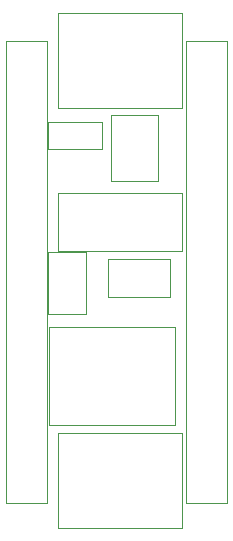
<source format=gbr>
G04 #@! TF.GenerationSoftware,KiCad,Pcbnew,(5.1.5)-3*
G04 #@! TF.CreationDate,2020-04-12T12:52:20+02:00*
G04 #@! TF.ProjectId,NanoIrrigator,4e616e6f-4972-4726-9967-61746f722e6b,0.1*
G04 #@! TF.SameCoordinates,Original*
G04 #@! TF.FileFunction,Other,User*
%FSLAX46Y46*%
G04 Gerber Fmt 4.6, Leading zero omitted, Abs format (unit mm)*
G04 Created by KiCad (PCBNEW (5.1.5)-3) date 2020-04-12 12:52:20*
%MOMM*%
%LPD*%
G04 APERTURE LIST*
%ADD10C,0.050000*%
G04 APERTURE END LIST*
D10*
X142070000Y-87205000D02*
X152570000Y-87205000D01*
X142070000Y-82295000D02*
X142070000Y-87205000D01*
X152570000Y-82295000D02*
X142070000Y-82295000D01*
X152570000Y-87205000D02*
X152570000Y-82295000D01*
X152025000Y-93650000D02*
X141325000Y-93650000D01*
X152025000Y-101950000D02*
X152025000Y-93650000D01*
X141325000Y-101950000D02*
X152025000Y-101950000D01*
X141325000Y-93650000D02*
X141325000Y-101950000D01*
X146640000Y-81325000D02*
X150540000Y-81325000D01*
X150540000Y-81325000D02*
X150540000Y-75725000D01*
X150540000Y-75725000D02*
X146640000Y-75725000D01*
X146640000Y-75725000D02*
X146640000Y-81325000D01*
X146355000Y-87935000D02*
X146355000Y-91135000D01*
X146355000Y-91135000D02*
X151605000Y-91135000D01*
X151605000Y-91135000D02*
X151605000Y-87935000D01*
X151605000Y-87935000D02*
X146355000Y-87935000D01*
X144475000Y-87300000D02*
X141275000Y-87300000D01*
X141275000Y-87300000D02*
X141275000Y-92550000D01*
X141275000Y-92550000D02*
X144475000Y-92550000D01*
X144475000Y-92550000D02*
X144475000Y-87300000D01*
X141196000Y-69497000D02*
X137696000Y-69497000D01*
X141196000Y-108597000D02*
X137696000Y-108597000D01*
X141196000Y-69497000D02*
X141196000Y-108597000D01*
X137696000Y-69497000D02*
X137696000Y-108597000D01*
X156436000Y-69497000D02*
X152936000Y-69497000D01*
X156436000Y-108597000D02*
X152936000Y-108597000D01*
X156436000Y-69497000D02*
X156436000Y-108597000D01*
X152936000Y-69497000D02*
X152936000Y-108597000D01*
X141230000Y-78620000D02*
X145830000Y-78620000D01*
X141230000Y-76320000D02*
X141230000Y-78620000D01*
X145830000Y-76320000D02*
X141230000Y-76320000D01*
X145830000Y-78620000D02*
X145830000Y-76320000D01*
X152570000Y-110680000D02*
X142070000Y-110680000D01*
X152570000Y-110680000D02*
X152570000Y-102680000D01*
X142070000Y-102680000D02*
X142070000Y-110680000D01*
X142070000Y-102680000D02*
X152570000Y-102680000D01*
X152570000Y-75120000D02*
X142070000Y-75120000D01*
X152570000Y-75120000D02*
X152570000Y-67120000D01*
X142070000Y-67120000D02*
X142070000Y-75120000D01*
X142070000Y-67120000D02*
X152570000Y-67120000D01*
M02*

</source>
